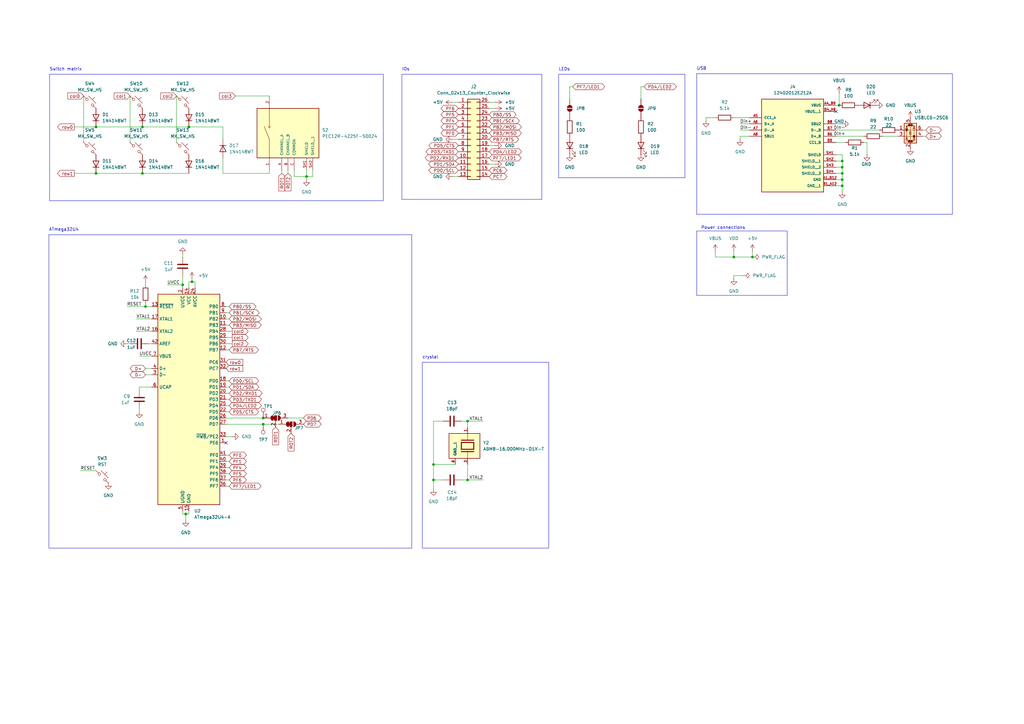
<source format=kicad_sch>
(kicad_sch (version 20250114) (generator "eeschema") (generator_version "9.0")
  (paper "A3")
  (lib_symbols
    (symbol "12402012E212A:12402012E212A" (pin_names (offset 1.016))
      (property "Reference" "J" (at -12.7 13.462 0))
      (property "Value" "12402012E212A" (at -12.7 -26.162 0))
      (symbol "12402012E212A_0_0"
        (pin bidirectional line (at -17.78 5.08 0) (length 5.08) (name "CC1_A") (number "A5"))
        (pin bidirectional line (at -17.78 2.54 0) (length 5.08) (name "D+_A") (number "A6"))
        (pin bidirectional line (at -17.78 0 0) (length 5.08) (name "D-_A") (number "A7"))
        (pin bidirectional line (at -17.78 -2.54 0) (length 5.08) (name "SBU1") (number "A8"))
        (pin power_in line (at 17.78 10.16 180) (length 5.08) (name "VBUS") (number "A4_B9"))
        (pin power_in line (at 17.78 7.62 180) (length 5.08) (name "VBUS__1") (number "B4_A9"))
        (pin bidirectional line (at 17.78 2.54 180) (length 5.08) (name "SBU2") (number "B8"))
        (pin bidirectional line (at 17.78 0 180) (length 5.08) (name "D-_B") (number "B7"))
        (pin bidirectional line (at 17.78 -2.54 180) (length 5.08) (name "D+_B") (number "B6"))
        (pin bidirectional line (at 17.78 -5.08 180) (length 5.08) (name "CC1_B") (number "B5"))
        (pin passive line (at 17.78 -10.16 180) (length 5.08) (name "SHIELD") (number "SH1"))
        (pin passive line (at 17.78 -12.7 180) (length 5.08) (name "SHIELD__1") (number "SH2"))
        (pin passive line (at 17.78 -15.24 180) (length 5.08) (name "SHIELD__2") (number "SH3"))
        (pin passive line (at 17.78 -17.78 180) (length 5.08) (name "SHIELD__3") (number "SH4"))
        (pin power_in line (at 17.78 -20.32 180) (length 5.08) (name "GND") (number "A1_B12"))
        (pin power_in line (at 17.78 -22.86 180) (length 5.08) (name "GND__1") (number "B1_A12"))
      )
    )
    (symbol "ABM8-16.000MHz-D1X-T:ABM8-16.000MHz-D1X-T" (pin_names (offset 1.016))
      (property "Reference" "Y" (at -5.0878 6.3559 0))
      (property "Value" "ABM8-16.000MHz-D1X-T" (at -5.0944 -10.16 0))
      (symbol "ABM8-16.000MHz-D1X-T_0_0"
        (pin passive line (at -7.62 0 0) (length 2.54) (name "~") (number "1"))
        (pin passive line (at 7.62 0 180) (length 2.54) (name "~") (number "3"))
        (pin power_in line (at 7.62 -5.08 180) (length 2.54) (name "GND") (number "2"))
        (pin power_in line (at 7.62 -5.08 180) (length 2.54) (name "GND__1") (number "4"))
      )
    )
    (symbol "Connector:TestPoint" (pin_numbers (hide yes)) (pin_names (offset 0.762) (hide yes))
      (property "Reference" "TP" (at 0 6.858 0))
      (property "Value" "TestPoint" (at 0 5.08 0))
      (symbol "TestPoint_1_1"
        (pin passive line (at 0 0 90) (length 2.54) (name "1") (number "1"))
      )
    )
    (symbol "Connector_Generic:Conn_02x13_Counter_Clockwise" (pin_names (offset 1.016) (hide yes))
      (property "Reference" "J" (at 1.27 17.78 0))
      (property "Value" "Conn_02x13_Counter_Clockwise" (at 1.27 -17.78 0))
      (symbol "Conn_02x13_Counter_Clockwise_1_1"
        (pin passive line (at -5.08 15.24 0) (length 3.81) (name "Pin_1") (number "1"))
        (pin passive line (at -5.08 12.7 0) (length 3.81) (name "Pin_2") (number "2"))
        (pin passive line (at -5.08 10.16 0) (length 3.81) (name "Pin_3") (number "3"))
        (pin passive line (at -5.08 7.62 0) (length 3.81) (name "Pin_4") (number "4"))
        (pin passive line (at -5.08 5.08 0) (length 3.81) (name "Pin_5") (number "5"))
        (pin passive line (at -5.08 2.54 0) (length 3.81) (name "Pin_6") (number "6"))
        (pin passive line (at -5.08 0 0) (length 3.81) (name "Pin_7") (number "7"))
        (pin passive line (at -5.08 -2.54 0) (length 3.81) (name "Pin_8") (number "8"))
        (pin passive line (at -5.08 -5.08 0) (length 3.81) (name "Pin_9") (number "9"))
        (pin passive line (at -5.08 -7.62 0) (length 3.81) (name "Pin_10") (number "10"))
        (pin passive line (at -5.08 -10.16 0) (length 3.81) (name "Pin_11") (number "11"))
        (pin passive line (at -5.08 -12.7 0) (length 3.81) (name "Pin_12") (number "12"))
        (pin passive line (at -5.08 -15.24 0) (length 3.81) (name "Pin_13") (number "13"))
        (pin passive line (at 7.62 15.24 180) (length 3.81) (name "Pin_26") (number "26"))
        (pin passive line (at 7.62 12.7 180) (length 3.81) (name "Pin_25") (number "25"))
        (pin passive line (at 7.62 10.16 180) (length 3.81) (name "Pin_24") (number "24"))
        (pin passive line (at 7.62 7.62 180) (length 3.81) (name "Pin_23") (number "23"))
        (pin passive line (at 7.62 5.08 180) (length 3.81) (name "Pin_22") (number "22"))
        (pin passive line (at 7.62 2.54 180) (length 3.81) (name "Pin_21") (number "21"))
        (pin passive line (at 7.62 0 180) (length 3.81) (name "Pin_20") (number "20"))
        (pin passive line (at 7.62 -2.54 180) (length 3.81) (name "Pin_19") (number "19"))
        (pin passive line (at 7.62 -5.08 180) (length 3.81) (name "Pin_18") (number "18"))
        (pin passive line (at 7.62 -7.62 180) (length 3.81) (name "Pin_17") (number "17"))
        (pin passive line (at 7.62 -10.16 180) (length 3.81) (name "Pin_16") (number "16"))
        (pin passive line (at 7.62 -12.7 180) (length 3.81) (name "Pin_15") (number "15"))
        (pin passive line (at 7.62 -15.24 180) (length 3.81) (name "Pin_14") (number "14"))
      )
    )
    (symbol "Device:C" (pin_numbers (hide yes)) (pin_names (offset 0.254))
      (property "Reference" "C" (at 0.635 2.54 0))
      (property "Value" "C" (at 0.635 -2.54 0))
      (symbol "C_1_1"
        (pin passive line (at 0 3.81 270) (length 2.794) (name "~") (number "1"))
        (pin passive line (at 0 -3.81 90) (length 2.794) (name "~") (number "2"))
      )
    )
    (symbol "Device:LED" (pin_numbers (hide yes)) (pin_names (offset 1.016) (hide yes))
      (property "Reference" "D" (at 0 2.54 0))
      (property "Value" "LED" (at 0 -2.54 0))
      (symbol "LED_1_1"
        (pin passive line (at -3.81 0 0) (length 2.54) (name "K") (number "1"))
        (pin passive line (at 3.81 0 180) (length 2.54) (name "A") (number "2"))
      )
    )
    (symbol "Device:R" (pin_numbers (hide yes)) (pin_names (offset 0))
      (property "Reference" "R" (at 2.032 0 90))
      (property "Value" "R" (at 0 0 90))
      (symbol "R_1_1"
        (pin passive line (at 0 3.81 270) (length 1.27) (name "~") (number "1"))
        (pin passive line (at 0 -3.81 90) (length 1.27) (name "~") (number "2"))
      )
    )
    (symbol "Diode:1N4148WT" (pin_numbers (hide yes)) (pin_names (hide yes))
      (property "Reference" "D" (at 0 2.54 0))
      (property "Value" "1N4148WT" (at 0 -2.54 0))
      (symbol "1N4148WT_1_1"
        (pin passive line (at -3.81 0 0) (length 2.54) (name "K") (number "1"))
        (pin passive line (at 3.81 0 180) (length 2.54) (name "A") (number "2"))
      )
    )
    (symbol "Jumper:SolderJumper_2_Open" (pin_numbers (hide yes)) (pin_names (offset 0) (hide yes)) (in_bom no)
      (property "Reference" "JP" (at 0 2.032 0))
      (property "Value" "SolderJumper_2_Open" (at 0 -2.54 0))
      (symbol "SolderJumper_2_Open_1_1"
        (pin passive line (at -3.81 0 0) (length 2.54) (name "A") (number "1"))
        (pin passive line (at 3.81 0 180) (length 2.54) (name "B") (number "2"))
      )
    )
    (symbol "Jumper:SolderJumper_3_Bridged12" (pin_names (offset 0) (hide yes)) (in_bom no)
      (property "Reference" "JP" (at -2.54 -2.54 0))
      (property "Value" "SolderJumper_3_Bridged12" (at 0 2.794 0))
      (symbol "SolderJumper_3_Bridged12_1_1"
        (pin passive line (at -5.08 0 0) (length 2.54) (name "A") (number "1"))
        (pin passive line (at 0 -3.81 90) (length 2.54) (name "C") (number "2"))
        (pin passive line (at 5.08 0 180) (length 2.54) (name "B") (number "3"))
      )
    )
    (symbol "MCU_Microchip_ATmega:ATmega32U4-A"
      (property "Reference" "U" (at -12.7 44.45 0))
      (property "Value" "ATmega32U4-A" (at 2.54 -44.45 0))
      (symbol "ATmega32U4-A_1_1"
        (pin input line (at -15.24 38.1 0) (length 2.54) (name "~{RESET}") (number "13"))
        (pin input line (at -15.24 33.02 0) (length 2.54) (name "XTAL1") (number "17"))
        (pin output line (at -15.24 27.94 0) (length 2.54) (name "XTAL2") (number "16"))
        (pin passive line (at -15.24 22.86 0) (length 2.54) (name "AREF") (number "42"))
        (pin input line (at -15.24 17.78 0) (length 2.54) (name "VBUS") (number "7"))
        (pin bidirectional line (at -15.24 12.7 0) (length 2.54) (name "D+") (number "4"))
        (pin bidirectional line (at -15.24 10.16 0) (length 2.54) (name "D-") (number "3"))
        (pin passive line (at -15.24 5.08 0) (length 2.54) (name "UCAP") (number "6"))
        (pin power_in line (at -2.54 45.72 270) (length 2.54) (name "UVCC") (number "2"))
        (pin passive line (at -2.54 -45.72 90) (length 2.54) (name "UGND") (number "5"))
        (pin power_in line (at 0 45.72 270) (length 2.54) (name "VCC") (number "14"))
        (pin passive line (at 0 45.72 270) (length 2.54) (hide yes) (name "VCC") (number "34"))
        (pin power_in line (at 0 -45.72 90) (length 2.54) (name "GND") (number "15"))
        (pin passive line (at 0 -45.72 90) (length 2.54) (hide yes) (name "GND") (number "23"))
        (pin passive line (at 0 -45.72 90) (length 2.54) (hide yes) (name "GND") (number "35"))
        (pin passive line (at 0 -45.72 90) (length 2.54) (hide yes) (name "GND") (number "43"))
        (pin power_in line (at 2.54 45.72 270) (length 2.54) (name "AVCC") (number "24"))
        (pin passive line (at 2.54 45.72 270) (length 2.54) (hide yes) (name "AVCC") (number "44"))
        (pin bidirectional line (at 15.24 38.1 180) (length 2.54) (name "PB0") (number "8"))
        (pin bidirectional line (at 15.24 35.56 180) (length 2.54) (name "PB1") (number "9"))
        (pin bidirectional line (at 15.24 33.02 180) (length 2.54) (name "PB2") (number "10"))
        (pin bidirectional line (at 15.24 30.48 180) (length 2.54) (name "PB3") (number "11"))
        (pin bidirectional line (at 15.24 27.94 180) (length 2.54) (name "PB4") (number "28"))
        (pin bidirectional line (at 15.24 25.4 180) (length 2.54) (name "PB5") (number "29"))
        (pin bidirectional line (at 15.24 22.86 180) (length 2.54) (name "PB6") (number "30"))
        (pin bidirectional line (at 15.24 20.32 180) (length 2.54) (name "PB7") (number "12"))
        (pin bidirectional line (at 15.24 15.24 180) (length 2.54) (name "PC6") (number "31"))
        (pin bidirectional line (at 15.24 12.7 180) (length 2.54) (name "PC7") (number "32"))
        (pin bidirectional line (at 15.24 7.62 180) (length 2.54) (name "PD0") (number "18"))
        (pin bidirectional line (at 15.24 5.08 180) (length 2.54) (name "PD1") (number "19"))
        (pin bidirectional line (at 15.24 2.54 180) (length 2.54) (name "PD2") (number "20"))
        (pin bidirectional line (at 15.24 0 180) (length 2.54) (name "PD3") (number "21"))
        (pin bidirectional line (at 15.24 -2.54 180) (length 2.54) (name "PD4") (number "25"))
        (pin bidirectional line (at 15.24 -5.08 180) (length 2.54) (name "PD5") (number "22"))
        (pin bidirectional line (at 15.24 -7.62 180) (length 2.54) (name "PD6") (number "26"))
        (pin bidirectional line (at 15.24 -10.16 180) (length 2.54) (name "PD7") (number "27"))
        (pin bidirectional line (at 15.24 -15.24 180) (length 2.54) (name "~{HWB}/PE2") (number "33"))
        (pin bidirectional line (at 15.24 -17.78 180) (length 2.54) (name "PE6") (number "1"))
        (pin bidirectional line (at 15.24 -22.86 180) (length 2.54) (name "PF0") (number "41"))
        (pin bidirectional line (at 15.24 -25.4 180) (length 2.54) (name "PF1") (number "40"))
        (pin bidirectional line (at 15.24 -27.94 180) (length 2.54) (name "PF4") (number "39"))
        (pin bidirectional line (at 15.24 -30.48 180) (length 2.54) (name "PF5") (number "38"))
        (pin bidirectional line (at 15.24 -33.02 180) (length 2.54) (name "PF6") (number "37"))
        (pin bidirectional line (at 15.24 -35.56 180) (length 2.54) (name "PF7") (number "36"))
      )
    )
    (symbol "PCM_marbastlib-mx:MX_SW_HS" (pin_numbers (hide yes)) (pin_names (offset 1.016) (hide yes))
      (property "Reference" "MX" (at 3.048 1.016 0))
      (property "Value" "MX_SW_HS" (at 0 -3.81 0))
      (symbol "MX_SW_HS_0_1"
        (pin passive line (at -2.54 2.54 0) (length 0) (name "1") (number "1"))
        (pin passive line (at 2.54 -2.54 180) (length 0) (name "2") (number "2"))
      )
    )
    (symbol "PEC12R-4225F-S0024:PEC12R-4225F-S0024" (pin_names (offset 1.016))
      (property "Reference" "S" (at -10.16 10.795 0))
      (property "Value" "PEC12R-4225F-S0024" (at -10.16 -17.78 0))
      (symbol "PEC12R-4225F-S0024_0_0"
        (pin passive line (at -15.24 5.08 0) (length 5.08) (name "~") (number "1"))
        (pin passive line (at -15.24 0 0) (length 5.08) (name "CHANNEL_A") (number "A"))
        (pin passive line (at -15.24 -2.54 0) (length 5.08) (name "CHANNEL_B") (number "B"))
        (pin passive line (at -15.24 -5.08 0) (length 5.08) (name "COMMON") (number "C"))
        (pin passive line (at -15.24 -10.16 0) (length 5.08) (name "SHIELD") (number "SH1"))
        (pin passive line (at -15.24 -12.7 0) (length 5.08) (name "SHIELD__1") (number "SH2"))
        (pin passive line (at 15.24 5.08 180) (length 5.08) (name "~") (number "2"))
      )
    )
    (symbol "Power_Protection:USBLC6-2SC6" (pin_names (hide yes))
      (property "Reference" "U" (at 0.635 5.715 0))
      (property "Value" "USBLC6-2SC6" (at 0.635 3.81 0))
      (symbol "USBLC6-2SC6_1_1"
        (pin passive line (at -5.08 0 0) (length 2.54) (name "I/O1") (number "1"))
        (pin passive line (at -5.08 -2.54 0) (length 2.54) (name "I/O2") (number "3"))
        (pin passive line (at 0 5.08 270) (length 2.54) (name "VBUS") (number "5"))
        (pin passive line (at 0 -7.62 90) (length 2.54) (name "GND") (number "2"))
        (pin passive line (at 5.08 0 180) (length 2.54) (name "I/O1") (number "6"))
        (pin passive line (at 5.08 -2.54 180) (length 2.54) (name "I/O2") (number "4"))
      )
    )
    (symbol "Switch:SW_Push_45deg" (pin_numbers (hide yes)) (pin_names (offset 1.016) (hide yes))
      (property "Reference" "SW" (at 3.048 1.016 0))
      (property "Value" "SW_Push_45deg" (at 0 -3.81 0))
      (symbol "SW_Push_45deg_0_1"
        (pin passive line (at -2.54 2.54 0) (length 0) (name "1") (number "1"))
        (pin passive line (at 2.54 -2.54 180) (length 0) (name "2") (number "2"))
      )
    )
    (symbol "power:+5V" (power) (pin_numbers (hide yes)) (pin_names (offset 0) (hide yes))
      (property "Value" "+5V" (at 0 3.556 0))
      (symbol "+5V_1_1"
        (pin power_in line (at 0 0 90) (length 0) (name "~") (number "1"))
      )
    )
    (symbol "power:GND" (power) (pin_numbers (hide yes)) (pin_names (offset 0) (hide yes))
      (property "Value" "GND" (at 0 -3.81 0))
      (symbol "GND_1_1"
        (pin power_in line (at 0 0 270) (length 0) (name "~") (number "1"))
      )
    )
    (symbol "power:PWR_FLAG" (power) (pin_numbers (hide yes)) (pin_names (offset 0) (hide yes))
      (property "Value" "PWR_FLAG" (at 0 3.81 0))
      (symbol "PWR_FLAG_0_0"
        (pin power_out line (at 0 0 90) (length 0) (name "~") (number "1"))
      )
    )
    (symbol "power:VCC" (power) (pin_numbers (hide yes)) (pin_names (offset 0) (hide yes))
      (property "Value" "VCC" (at 0 3.556 0))
      (symbol "VCC_1_1"
        (pin power_in line (at 0 0 90) (length 0) (name "~") (number "1"))
      )
    )
  )
  (rectangle (start 285.75 30.226) (end 390.652 87.884))
  (rectangle (start 285.75 94.742) (end 322.834 121.158))
  (rectangle (start 164.846 30.48) (end 222.25 81.788))
  (rectangle (start 20.066 96.266) (end 168.91 224.79))
  (rectangle (start 229.108 30.48) (end 280.924 72.898))
  (rectangle (start 20.32 30.48) (end 157.226 82.296))
  (rectangle (start 173.228 148.59) (end 225.044 224.79))
  (text "LEDs\n" (at 229.108 29.21 0) (effects (font (size 1.27 1.27)) (justify left bottom)))
  (text "Switch matrix" (at 20.32 29.21 0) (effects (font (size 1.27 1.27)) (justify left bottom)))
  (text "IOs\n" (at 164.846 29.21 0) (effects (font (size 1.27 1.27)) (justify left bottom)))
  (text "Power connections\n" (at 287.528 94.234 0) (effects (font (size 1.27 1.27)) (justify left bottom)))
  (text "ATmega32U4\n" (at 20.066 94.996 0) (effects (font (size 1.27 1.27)) (justify left bottom)))
  (text "USB\n" (at 285.75 28.956 0) (effects (font (size 1.27 1.27)) (justify left bottom)))
  (text "crystal" (at 173.228 147.32 0) (effects (font (size 1.27 1.27)) (justify left bottom)))
  (junction (at 76.2 210.82))
  (junction (at 59.69 125.73))
  (junction (at 345.44 68.58))
  (junction (at 78.74 115.57))
  (junction (at 345.44 71.12))
  (junction (at 191.77 172.72))
  (junction (at 191.77 196.85))
  (junction (at 300.99 105.41))
  (junction (at 39.37 52.07))
  (junction (at 177.8 196.85))
  (junction (at 39.37 71.12))
  (junction (at 107.95 173.99))
  (junction (at 58.42 71.12))
  (junction (at 74.93 116.84))
  (junction (at 177.8 190.5))
  (junction (at 345.44 76.2))
  (junction (at 107.95 171.45))
  (junction (at 344.17 43.18))
  (junction (at 125.73 72.39))
  (junction (at 308.61 105.41))
  (junction (at 345.44 73.66))
  (junction (at 345.44 66.04))
  (junction (at 77.47 52.07))
  (junction (at 58.42 52.07))
  (no_connect (at 92.71 181.61))
  (no_connect (at 342.9 45.72))
  (wire (pts (xy 58.42 71.12) (xy 77.47 71.12)))
  (wire (pts (xy 342.9 50.8) (xy 345.44 50.8)))
  (wire (pts (xy 300.99 48.26) (xy 307.34 48.26)))
  (wire (pts (xy 34.29 39.37) (xy 34.29 58.42)))
  (wire (pts (xy 93.98 158.75) (xy 92.71 158.75)))
  (wire (pts (xy 59.69 153.67) (xy 62.23 153.67)))
  (wire (pts (xy 55.88 130.81) (xy 62.23 130.81)))
  (wire (pts (xy 30.48 71.12) (xy 39.37 71.12)))
  (wire (pts (xy 181.61 196.85) (xy 177.8 196.85)))
  (wire (pts (xy 345.44 68.58) (xy 345.44 71.12)))
  (wire (pts (xy 92.71 133.35) (xy 93.98 133.35)))
  (wire (pts (xy 92.71 130.81) (xy 93.98 130.81)))
  (wire (pts (xy 80.01 118.11) (xy 80.01 115.57)))
  (wire (pts (xy 128.27 69.85) (xy 128.27 72.39)))
  (wire (pts (xy 118.11 171.45) (xy 124.46 171.45)))
  (wire (pts (xy 92.71 138.43) (xy 95.25 138.43)))
  (wire (pts (xy 379.73 53.34) (xy 378.46 53.34)))
  (wire (pts (xy 72.39 39.37) (xy 72.39 58.42)))
  (wire (pts (xy 92.71 191.77) (xy 93.98 191.77)))
  (wire (pts (xy 233.68 35.56) (xy 233.68 40.64)))
  (wire (pts (xy 200.66 67.31) (xy 203.2 67.31)))
  (wire (pts (xy 346.71 58.42) (xy 342.9 58.42)))
  (wire (pts (xy 92.71 168.91) (xy 93.98 168.91)))
  (wire (pts (xy 200.66 59.69) (xy 203.2 59.69)))
  (wire (pts (xy 39.37 71.12) (xy 58.42 71.12)))
  (wire (pts (xy 379.73 55.88) (xy 378.46 55.88)))
  (wire (pts (xy 77.47 209.55) (xy 77.47 210.82)))
  (wire (pts (xy 74.93 209.55) (xy 74.93 210.82)))
  (wire (pts (xy 91.44 52.07) (xy 91.44 57.15)))
  (wire (pts (xy 92.71 128.27) (xy 93.98 128.27)))
  (wire (pts (xy 342.9 55.88) (xy 354.33 55.88)))
  (wire (pts (xy 303.53 50.8) (xy 307.34 50.8)))
  (wire (pts (xy 57.15 160.02) (xy 57.15 158.75)))
  (wire (pts (xy 57.15 167.64) (xy 57.15 168.91)))
  (wire (pts (xy 118.11 69.85) (xy 118.11 71.12)))
  (wire (pts (xy 303.53 57.15) (xy 303.53 55.88)))
  (wire (pts (xy 177.8 190.5) (xy 177.8 196.85)))
  (wire (pts (xy 92.71 179.07) (xy 95.25 179.07)))
  (wire (pts (xy 177.8 172.72) (xy 181.61 172.72)))
  (wire (pts (xy 91.44 64.77) (xy 91.44 71.12)))
  (wire (pts (xy 78.74 115.57) (xy 77.47 115.57)))
  (wire (pts (xy 355.6 63.5) (xy 355.6 58.42)))
  (wire (pts (xy 74.93 104.14) (xy 74.93 105.41)))
  (wire (pts (xy 361.95 55.88) (xy 368.3 55.88)))
  (wire (pts (xy 191.77 172.72) (xy 191.77 175.26)))
  (wire (pts (xy 52.07 125.73) (xy 59.69 125.73)))
  (wire (pts (xy 177.8 190.5) (xy 186.69 190.5)))
  (wire (pts (xy 74.93 113.03) (xy 74.93 116.84)))
  (wire (pts (xy 92.71 166.37) (xy 93.98 166.37)))
  (wire (pts (xy 59.69 115.57) (xy 59.69 116.84)))
  (wire (pts (xy 77.47 115.57) (xy 77.47 118.11)))
  (wire (pts (xy 74.93 210.82) (xy 76.2 210.82)))
  (wire (pts (xy 107.95 173.99) (xy 114.3 173.99)))
  (wire (pts (xy 345.44 63.5) (xy 345.44 66.04)))
  (wire (pts (xy 345.44 76.2) (xy 345.44 78.74)))
  (wire (pts (xy 262.89 35.56) (xy 264.16 35.56)))
  (wire (pts (xy 189.23 172.72) (xy 191.77 172.72)))
  (wire (pts (xy 342.9 68.58) (xy 345.44 68.58)))
  (wire (pts (xy 92.71 125.73) (xy 93.98 125.73)))
  (wire (pts (xy 80.01 115.57) (xy 78.74 115.57)))
  (wire (pts (xy 120.65 69.85) (xy 120.65 72.39)))
  (wire (pts (xy 59.69 125.73) (xy 62.23 125.73)))
  (wire (pts (xy 110.49 71.12) (xy 110.49 69.85)))
  (wire (pts (xy 203.2 44.45) (xy 200.66 44.45)))
  (wire (pts (xy 92.71 199.39) (xy 93.98 199.39)))
  (wire (pts (xy 96.52 39.37) (xy 110.49 39.37)))
  (wire (pts (xy 344.17 43.18) (xy 342.9 43.18)))
  (wire (pts (xy 57.15 146.05) (xy 62.23 146.05)))
  (wire (pts (xy 92.71 161.29) (xy 93.98 161.29)))
  (wire (pts (xy 233.68 35.56) (xy 234.95 35.56)))
  (wire (pts (xy 92.71 140.97) (xy 95.25 140.97)))
  (wire (pts (xy 92.71 196.85) (xy 93.98 196.85)))
  (wire (pts (xy 177.8 196.85) (xy 177.8 200.66)))
  (wire (pts (xy 92.71 135.89) (xy 95.25 135.89)))
  (wire (pts (xy 198.12 172.72) (xy 191.77 172.72)))
  (wire (pts (xy 53.34 39.37) (xy 53.34 58.42)))
  (wire (pts (xy 92.71 194.31) (xy 93.98 194.31)))
  (wire (pts (xy 303.53 55.88) (xy 307.34 55.88)))
  (wire (pts (xy 191.77 190.5) (xy 191.77 196.85)))
  (wire (pts (xy 30.48 52.07) (xy 39.37 52.07)))
  (wire (pts (xy 344.17 38.1) (xy 344.17 43.18)))
  (wire (pts (xy 92.71 189.23) (xy 93.98 189.23)))
  (wire (pts (xy 303.53 53.34) (xy 307.34 53.34)))
  (wire (pts (xy 293.37 105.41) (xy 300.99 105.41)))
  (wire (pts (xy 92.71 156.21) (xy 93.98 156.21)))
  (wire (pts (xy 55.88 135.89) (xy 62.23 135.89)))
  (wire (pts (xy 59.69 151.13) (xy 62.23 151.13)))
  (wire (pts (xy 76.2 210.82) (xy 76.2 213.36)))
  (wire (pts (xy 262.89 35.56) (xy 262.89 40.64)))
  (wire (pts (xy 92.71 171.45) (xy 107.95 171.45)))
  (wire (pts (xy 191.77 196.85) (xy 189.23 196.85)))
  (wire (pts (xy 342.9 53.34) (xy 360.68 53.34)))
  (wire (pts (xy 33.02 193.04) (xy 39.37 193.04)))
  (wire (pts (xy 125.73 69.85) (xy 125.73 72.39)))
  (wire (pts (xy 345.44 66.04) (xy 345.44 68.58)))
  (wire (pts (xy 185.42 41.91) (xy 187.96 41.91)))
  (wire (pts (xy 300.99 113.03) (xy 304.8 113.03)))
  (wire (pts (xy 74.93 116.84) (xy 74.93 118.11)))
  (wire (pts (xy 342.9 66.04) (xy 345.44 66.04)))
  (wire (pts (xy 120.65 72.39) (xy 125.73 72.39)))
  (wire (pts (xy 92.71 173.99) (xy 107.95 173.99)))
  (wire (pts (xy 355.6 58.42) (xy 354.33 58.42)))
  (wire (pts (xy 92.71 163.83) (xy 93.98 163.83)))
  (wire (pts (xy 191.77 196.85) (xy 198.12 196.85)))
  (wire (pts (xy 58.42 52.07) (xy 77.47 52.07)))
  (wire (pts (xy 91.44 71.12) (xy 110.49 71.12)))
  (wire (pts (xy 308.61 102.87) (xy 308.61 105.41)))
  (wire (pts (xy 177.8 172.72) (xy 177.8 190.5)))
  (wire (pts (xy 57.15 158.75) (xy 62.23 158.75)))
  (wire (pts (xy 203.2 41.91) (xy 200.66 41.91)))
  (wire (pts (xy 128.27 72.39) (xy 125.73 72.39)))
  (wire (pts (xy 300.99 105.41) (xy 300.99 102.87)))
  (wire (pts (xy 78.74 114.3) (xy 78.74 115.57)))
  (wire (pts (xy 345.44 73.66) (xy 345.44 76.2)))
  (wire (pts (xy 342.9 76.2) (xy 345.44 76.2)))
  (wire (pts (xy 115.57 71.12) (xy 115.57 69.85)))
  (wire (pts (xy 91.44 52.07) (xy 77.47 52.07)))
  (wire (pts (xy 345.44 71.12) (xy 345.44 73.66)))
  (wire (pts (xy 293.37 105.41) (xy 293.37 102.87)))
  (wire (pts (xy 342.9 63.5) (xy 345.44 63.5)))
  (wire (pts (xy 92.71 186.69) (xy 93.98 186.69)))
  (wire (pts (xy 59.69 124.46) (xy 59.69 125.73)))
  (wire (pts (xy 125.73 73.66) (xy 125.73 72.39)))
  (wire (pts (xy 92.71 143.51) (xy 93.98 143.51)))
  (wire (pts (xy 185.42 57.15) (xy 187.96 57.15)))
  (wire (pts (xy 185.42 72.39) (xy 187.96 72.39)))
  (wire (pts (xy 68.58 116.84) (xy 74.93 116.84)))
  (wire (pts (xy 308.61 105.41) (xy 300.99 105.41)))
  (wire (pts (xy 60.96 140.97) (xy 62.23 140.97)))
  (wire (pts (xy 342.9 71.12) (xy 345.44 71.12)))
  (wire (pts (xy 300.99 114.3) (xy 300.99 113.03)))
  (wire (pts (xy 289.56 49.53) (xy 289.56 48.26)))
  (wire (pts (xy 289.56 48.26) (xy 293.37 48.26)))
  (wire (pts (xy 52.07 140.97) (xy 53.34 140.97)))
  (wire (pts (xy 39.37 52.07) (xy 58.42 52.07)))
  (wire (pts (xy 77.47 210.82) (xy 76.2 210.82)))
  (wire (pts (xy 342.9 73.66) (xy 345.44 73.66)))
  (label "Din+" (at 303.53 50.8 0))
  (label "UVCC" (at 68.58 116.84 0))
  (label "XTAL2" (at 55.88 135.89 0))
  (label "RESET" (at 52.07 125.73 0))
  (label "RESET" (at 33.02 193.04 0))
  (label "UVCC" (at 57.15 146.05 0))
  (label "Din-" (at 346.71 53.34 180))
  (label "Din-" (at 303.53 53.34 0))
  (label "Din+" (at 346.71 55.88 180))
  (label "XTAL1" (at 198.12 172.72 180))
  (label "XTAL1" (at 55.88 130.81 0))
  (label "XTAL2" (at 198.12 196.85 180))
  (global_label "PB1{slash}SCK" (shape bidirectional) (at 200.66 49.53 0) (property "Intersheetrefs" "${INTERSHEET_REFS}" (effects (hide yes))))
  (global_label "ROT1" (shape input) (at 113.03 175.26 270) (property "Intersheetrefs" "${INTERSHEET_REFS}" (effects (hide yes))))
  (global_label "PB0{slash}SS" (shape bidirectional) (at 200.66 46.99 0) (property "Intersheetrefs" "${INTERSHEET_REFS}" (effects (hide yes))))
  (global_label "PC6" (shape bidirectional) (at 200.66 69.85 0) (property "Intersheetrefs" "${INTERSHEET_REFS}" (effects (hide yes))))
  (global_label "PF0" (shape bidirectional) (at 187.96 54.61 180) (property "Intersheetrefs" "${INTERSHEET_REFS}" (effects (hide yes))))
  (global_label "col2" (shape output) (at 95.25 140.97 0) (property "Intersheetrefs" "${INTERSHEET_REFS}" (effects (hide yes))))
  (global_label "PD1{slash}SDA" (shape bidirectional) (at 93.98 158.75 0) (property "Intersheetrefs" "${INTERSHEET_REFS}" (effects (hide yes))))
  (global_label "row1" (shape output) (at 30.48 71.12 180) (property "Intersheetrefs" "${INTERSHEET_REFS}" (effects (hide yes))))
  (global_label "col0" (shape output) (at 95.25 135.89 0) (property "Intersheetrefs" "${INTERSHEET_REFS}" (effects (hide yes))))
  (global_label "D-" (shape bidirectional) (at 379.73 53.34 0) (property "Intersheetrefs" "${INTERSHEET_REFS}" (effects (hide yes))))
  (global_label "PD4{slash}LED2" (shape bidirectional) (at 264.16 35.56 0) (property "Intersheetrefs" "${INTERSHEET_REFS}" (effects (hide yes))))
  (global_label "PF6" (shape bidirectional) (at 93.98 196.85 0) (property "Intersheetrefs" "${INTERSHEET_REFS}" (effects (hide yes))))
  (global_label "PF6" (shape bidirectional) (at 187.96 44.45 180) (property "Intersheetrefs" "${INTERSHEET_REFS}" (effects (hide yes))))
  (global_label "ROT2" (shape input) (at 118.11 71.12 270) (property "Intersheetrefs" "${INTERSHEET_REFS}" (effects (hide yes))))
  (global_label "PB7{slash}RTS" (shape bidirectional) (at 93.98 143.51 0) (property "Intersheetrefs" "${INTERSHEET_REFS}" (effects (hide yes))))
  (global_label "PD1{slash}SDA" (shape bidirectional) (at 187.96 67.31 180) (property "Intersheetrefs" "${INTERSHEET_REFS}" (effects (hide yes))))
  (global_label "PB2{slash}MOSI" (shape bidirectional) (at 93.98 130.81 0) (property "Intersheetrefs" "${INTERSHEET_REFS}" (effects (hide yes))))
  (global_label "PF1" (shape bidirectional) (at 187.96 52.07 180) (property "Intersheetrefs" "${INTERSHEET_REFS}" (effects (hide yes))))
  (global_label "PF5" (shape bidirectional) (at 187.96 46.99 180) (property "Intersheetrefs" "${INTERSHEET_REFS}" (effects (hide yes))))
  (global_label "PD2{slash}RXD1" (shape bidirectional) (at 187.96 64.77 180) (property "Intersheetrefs" "${INTERSHEET_REFS}" (effects (hide yes))))
  (global_label "PD0{slash}SCL" (shape bidirectional) (at 187.96 69.85 180) (property "Intersheetrefs" "${INTERSHEET_REFS}" (effects (hide yes))))
  (global_label "PC7" (shape bidirectional) (at 200.66 72.39 0) (property "Intersheetrefs" "${INTERSHEET_REFS}" (effects (hide yes))))
  (global_label "PD2{slash}RXD1" (shape bidirectional) (at 93.98 161.29 0) (property "Intersheetrefs" "${INTERSHEET_REFS}" (effects (hide yes))))
  (global_label "PF7{slash}LED1" (shape bidirectional) (at 234.95 35.56 0) (property "Intersheetrefs" "${INTERSHEET_REFS}" (effects (hide yes))))
  (global_label "PB2{slash}MOSI" (shape bidirectional) (at 200.66 52.07 0) (property "Intersheetrefs" "${INTERSHEET_REFS}" (effects (hide yes))))
  (global_label "row0" (shape input) (at 92.71 148.59 0) (property "Intersheetrefs" "${INTERSHEET_REFS}" (effects (hide yes))))
  (global_label "col0" (shape input) (at 34.29 39.37 180) (property "Intersheetrefs" "${INTERSHEET_REFS}" (effects (hide yes))))
  (global_label "PB7{slash}RTS" (shape bidirectional) (at 200.66 57.15 0) (property "Intersheetrefs" "${INTERSHEET_REFS}" (effects (hide yes))))
  (global_label "PD4{slash}LED2" (shape bidirectional) (at 200.66 62.23 0) (property "Intersheetrefs" "${INTERSHEET_REFS}" (effects (hide yes))))
  (global_label "ROT1" (shape input) (at 115.57 71.12 270) (property "Intersheetrefs" "${INTERSHEET_REFS}" (effects (hide yes))))
  (global_label "D-" (shape bidirectional) (at 59.69 153.67 180) (property "Intersheetrefs" "${INTERSHEET_REFS}" (effects (hide yes))))
  (global_label "col1" (shape output) (at 95.25 138.43 0) (property "Intersheetrefs" "${INTERSHEET_REFS}" (effects (hide yes))))
  (global_label "PF7{slash}LED1" (shape bidirectional) (at 93.98 199.39 0) (property "Intersheetrefs" "${INTERSHEET_REFS}" (effects (hide yes))))
  (global_label "D+" (shape bidirectional) (at 379.73 55.88 0) (property "Intersheetrefs" "${INTERSHEET_REFS}" (effects (hide yes))))
  (global_label "PD5{slash}CTS" (shape bidirectional) (at 187.96 59.69 180) (property "Intersheetrefs" "${INTERSHEET_REFS}" (effects (hide yes))))
  (global_label "PD0{slash}SCL" (shape bidirectional) (at 93.98 156.21 0) (property "Intersheetrefs" "${INTERSHEET_REFS}" (effects (hide yes))))
  (global_label "PD4{slash}LED2" (shape bidirectional) (at 93.98 166.37 0) (property "Intersheetrefs" "${INTERSHEET_REFS}" (effects (hide yes))))
  (global_label "PD6" (shape bidirectional) (at 124.46 171.45 0) (property "Intersheetrefs" "${INTERSHEET_REFS}" (effects (hide yes))))
  (global_label "PF4" (shape bidirectional) (at 187.96 49.53 180) (property "Intersheetrefs" "${INTERSHEET_REFS}" (effects (hide yes))))
  (global_label "col3" (shape input) (at 96.52 39.37 180) (property "Intersheetrefs" "${INTERSHEET_REFS}" (effects (hide yes))))
  (global_label "ROT2" (shape input) (at 119.38 177.8 270) (property "Intersheetrefs" "${INTERSHEET_REFS}" (effects (hide yes))))
  (global_label "PF5" (shape bidirectional) (at 93.98 194.31 0) (property "Intersheetrefs" "${INTERSHEET_REFS}" (effects (hide yes))))
  (global_label "col1" (shape input) (at 53.34 39.37 180) (property "Intersheetrefs" "${INTERSHEET_REFS}" (effects (hide yes))))
  (global_label "PF0" (shape bidirectional) (at 93.98 186.69 0) (property "Intersheetrefs" "${INTERSHEET_REFS}" (effects (hide yes))))
  (global_label "D+" (shape bidirectional) (at 59.69 151.13 180) (property "Intersheetrefs" "${INTERSHEET_REFS}" (effects (hide yes))))
  (global_label "PF7{slash}LED1" (shape bidirectional) (at 200.66 64.77 0) (property "Intersheetrefs" "${INTERSHEET_REFS}" (effects (hide yes))))
  (global_label "PB3{slash}MISO" (shape bidirectional) (at 200.66 54.61 0) (property "Intersheetrefs" "${INTERSHEET_REFS}" (effects (hide yes))))
  (global_label "row1" (shape input) (at 92.71 151.13 0) (property "Intersheetrefs" "${INTERSHEET_REFS}" (effects (hide yes))))
  (global_label "PD5{slash}CTS" (shape bidirectional) (at 93.98 168.91 0) (property "Intersheetrefs" "${INTERSHEET_REFS}" (effects (hide yes))))
  (global_label "PB0{slash}SS" (shape bidirectional) (at 93.98 125.73 0) (property "Intersheetrefs" "${INTERSHEET_REFS}" (effects (hide yes))))
  (global_label "PB3{slash}MISO" (shape bidirectional) (at 93.98 133.35 0) (property "Intersheetrefs" "${INTERSHEET_REFS}" (effects (hide yes))))
  (global_label "PD3{slash}TXD1" (shape bidirectional) (at 187.96 62.23 180) (property "Intersheetrefs" "${INTERSHEET_REFS}" (effects (hide yes))))
  (global_label "PF1" (shape bidirectional) (at 93.98 189.23 0) (property "Intersheetrefs" "${INTERSHEET_REFS}" (effects (hide yes))))
  (global_label "row0" (shape output) (at 30.48 52.07 180) (property "Intersheetrefs" "${INTERSHEET_REFS}" (effects (hide yes))))
  (global_label "PB1{slash}SCK" (shape bidirectional) (at 93.98 128.27 0) (property "Intersheetrefs" "${INTERSHEET_REFS}" (effects (hide yes))))
  (global_label "col2" (shape input) (at 72.39 39.37 180) (property "Intersheetrefs" "${INTERSHEET_REFS}" (effects (hide yes))))
  (global_label "PF4" (shape bidirectional) (at 93.98 191.77 0) (property "Intersheetrefs" "${INTERSHEET_REFS}" (effects (hide yes))))
  (global_label "PD3{slash}TXD1" (shape bidirectional) (at 93.98 163.83 0) (property "Intersheetrefs" "${INTERSHEET_REFS}" (effects (hide yes))))
  (global_label "PD7" (shape bidirectional) (at 124.46 173.99 0) (property "Intersheetrefs" "${INTERSHEET_REFS}" (effects (hide yes))))
  (symbol (lib_id "Device:R") (at 358.14 55.88 270) (unit 1)
    (property "Reference" "R9" (at 358.14 49.53 90))
    (property "Value" "22" (at 358.14 52.07 90))
    (property "Footprint" "Resistor_SMD:R_0805_2012Metric_Pad1.20x1.40mm_HandSolder" (effects (hide yes)))
    (property "Description" "Resistor" (effects (hide yes)))
  )
  (symbol (lib_id "Diode:1N4148WT") (at 77.47 48.26 90) (unit 1)
    (property "Reference" "D15" (at 80.01 46.9899 90) (effects (justify right)))
    (property "Value" "1N4148WT" (at 80.01 49.5299 90) (effects (justify right)))
    (property "Footprint" "Diode_SMD:D_SOD-323F" (effects (hide yes)))
    (property "Datasheet" "https://www.diodes.com/assets/Datasheets/ds30396.pdf" (effects (hide yes)))
  )
  (symbol (lib_id "Connector:TestPoint") (at 107.95 171.45 0) (unit 1)
    (property "Reference" "TP1" (at 108.204 166.624 0) (effects (justify left)))
    (property "Value" "TestPoint" (effects (hide yes)))
    (property "Footprint" "Connector_PinHeader_2.54mm:PinHeader_1x01_P2.54mm_Vertical" (effects (hide yes)))
    (property "Description" "test point" (effects (hide yes)))
  )
  (symbol (lib_id "Jumper:SolderJumper_3_Bridged12") (at 113.03 171.45 0) (unit 1) (in_bom no)
    (property "Reference" "JP6" (at 113.538 169.418 0))
    (property "Value" "SolderJumper_3_Bridged12" (effects (hide yes)))
    (property "Footprint" "Jumper:SolderJumper-3_P1.3mm_Bridged12_RoundedPad1.0x1.5mm_NumberLabels" (effects (hide yes)))
    (property "Description" "3-pole Solder Jumper, pins 1+2 closed/bridged" (effects (hide yes)))
  )
  (symbol (lib_id "power:+5V") (at 308.61 102.87 0) (unit 1)
    (property "Reference" "#PWR041" (effects (hide yes)))
    (property "Value" "+5V" (at 308.61 97.79 0))
    (property "Description" "Power symbol creates a global label with name \"+5V\"" (effects (hide yes)))
  )
  (symbol (lib_id "Device:R") (at 59.69 120.65 180) (unit 1)
    (property "Reference" "R12" (at 57.15 119.3799 0) (effects (justify left)))
    (property "Value" "10k" (at 57.15 121.9199 0) (effects (justify left)))
    (property "Footprint" "Resistor_SMD:R_0805_2012Metric_Pad1.20x1.40mm_HandSolder" (effects (hide yes)))
    (property "Description" "Resistor" (effects (hide yes)))
  )
  (symbol (lib_id "Connector:TestPoint") (at 107.95 173.99 180) (unit 1)
    (property "Reference" "TP7" (at 107.95 180.34 0))
    (property "Value" "TestPoint" (effects (hide yes)))
    (property "Footprint" "Connector_PinHeader_2.54mm:PinHeader_1x01_P2.54mm_Vertical" (effects (hide yes)))
    (property "Description" "test point" (effects (hide yes)))
  )
  (symbol (lib_id "power:GND") (at 262.89 63.5 0) (unit 1)
    (property "Reference" "#PWR033" (effects (hide yes)))
    (property "Value" "GND" (at 262.89 68.58 0))
    (property "Description" "Power symbol creates a global label with name \"GND\" , ground" (effects (hide yes)))
  )
  (symbol (lib_id "Diode:1N4148WT") (at 39.37 48.26 90) (unit 1)
    (property "Reference" "D1" (at 41.91 46.9899 90) (effects (justify right)))
    (property "Value" "1N4148WT" (at 41.91 49.5299 90) (effects (justify right)))
    (property "Footprint" "Diode_SMD:D_SOD-323F" (effects (hide yes)))
    (property "Datasheet" "https://www.diodes.com/assets/Datasheets/ds30396.pdf" (effects (hide yes)))
  )
  (symbol (lib_id "power:GND") (at 203.2 59.69 90) (unit 1)
    (property "Reference" "#PWR020" (effects (hide yes)))
    (property "Value" "GND" (at 207.01 59.6899 90) (effects (justify right)))
    (property "Description" "Power symbol creates a global label with name \"GND\" , ground" (effects (hide yes)))
  )
  (symbol (lib_id "power:GND") (at 57.15 168.91 0) (unit 1)
    (property "Reference" "#PWR029" (effects (hide yes)))
    (property "Value" "GND" (at 57.15 173.99 0))
    (property "Description" "Power symbol creates a global label with name \"GND\" , ground" (effects (hide yes)))
  )
  (symbol (lib_id "power:+5V") (at 185.42 41.91 90) (unit 1)
    (property "Reference" "#PWR02" (effects (hide yes)))
    (property "Value" "+5V" (at 181.61 41.9099 90) (effects (justify left)))
    (property "Description" "Power symbol creates a global label with name \"+5V\"" (effects (hide yes)))
  )
  (symbol (lib_id "power:GND") (at 345.44 50.8 90) (unit 1)
    (property "Reference" "#PWR043" (effects (hide yes)))
    (property "Value" "GND" (at 342.138 49.784 90) (effects (justify right)))
    (property "Description" "Power symbol creates a global label with name \"GND\" , ground" (effects (hide yes)))
  )
  (symbol (lib_id "Switch:SW_Push_45deg") (at 41.91 195.58 0) (unit 1)
    (property "Reference" "SW3" (at 41.91 187.96 0))
    (property "Value" "RST" (at 41.91 190.5 0))
    (property "Footprint" "Button_Switch_SMD:SW_Tactile_SPST_NO_Straight_CK_PTS636Sx25SMTRLFS" (effects (hide yes)))
  )
  (symbol (lib_id "power:GND") (at 203.2 67.31 90) (unit 1)
    (property "Reference" "#PWR021" (effects (hide yes)))
    (property "Value" "GND" (at 207.01 67.3099 90) (effects (justify right)))
    (property "Description" "Power symbol creates a global label with name \"GND\" , ground" (effects (hide yes)))
  )
  (symbol (lib_id "12402012E212A:12402012E212A") (at 325.12 53.34 0) (unit 1)
    (property "Reference" "J4" (at 325.12 35.56 0))
    (property "Value" "12402012E212A" (at 325.12 38.1 0))
    (property "Footprint" "12402012E212A:AMPHENOL_12402012E212A" (effects (hide yes)))
    (property "PARTREV" "4" (effects (hide yes)))
    (property "STANDARD" "Manufacturer Recommendations" (effects (hide yes)))
    (property "MAXIMUM_PACKAGE_HEIGHT" "3.26 mm" (effects (hide yes)))
    (property "MANUFACTURER" "Amphenol" (effects (hide yes)))
  )
  (symbol (lib_id "PCM_marbastlib-mx:MX_SW_HS") (at 74.93 41.91 0) (unit 1)
    (property "Reference" "SW12" (at 74.93 34.29 0))
    (property "Value" "MX_SW_HS" (at 74.93 36.83 0))
    (property "Footprint" "keyswitches:Kailh_socket_MX" (effects (hide yes)))
  )
  (symbol (lib_id "power:GND") (at 74.93 104.14 180) (unit 1)
    (property "Reference" "#PWR028" (effects (hide yes)))
    (property "Value" "GND" (at 74.93 99.06 0))
    (property "Description" "Power symbol creates a global label with name \"GND\" , ground" (effects (hide yes)))
  )
  (symbol (lib_id "MCU_Microchip_ATmega:ATmega32U4-A") (at 77.47 163.83 0) (unit 1)
    (property "Reference" "U2" (at 79.6133 209.55 0) (effects (justify left)))
    (property "Value" "ATmega32U4-A" (at 79.6133 212.09 0) (effects (justify left)))
    (property "Footprint" "Package_QFP:TQFP-44_10x10mm_P0.8mm" (effects (hide yes)))
    (property "Datasheet" "http://ww1.microchip.com/downloads/en/DeviceDoc/Atmel-7766-8-bit-AVR-ATmega16U4-32U4_Datasheet.pdf" (effects (hide yes)))
    (property "Description" "16MHz, 32kB Flash, 2.5kB SRAM, 1kB EEPROM, USB 2.0, TQFP-44" (effects (hide yes)))
  )
  (symbol (lib_id "Jumper:SolderJumper_2_Open") (at 233.68 44.45 90) (unit 1) (in_bom no)
    (property "Reference" "JP8" (at 236.22 44.4499 90) (effects (justify right)))
    (property "Value" "SolderJumper_2_Open" (effects (hide yes)))
    (property "Footprint" "Jumper:SolderJumper-2_P1.3mm_Open_RoundedPad1.0x1.5mm" (effects (hide yes)))
    (property "Description" "Solder Jumper, 2-pole, open" (effects (hide yes)))
  )
  (symbol (lib_id "power:+5V") (at 373.38 48.26 0) (unit 1)
    (property "Reference" "#PWR047" (effects (hide yes)))
    (property "Value" "VBUS" (at 373.38 43.18 0))
    (property "Description" "Power symbol creates a global label with name \"+5V\"" (effects (hide yes)))
  )
  (symbol (lib_id "Device:LED") (at 262.89 59.69 90) (unit 1)
    (property "Reference" "D19" (at 266.7 60.0074 90) (effects (justify right)))
    (property "Value" "LED" (at 266.7 62.5474 90) (effects (justify right)))
    (property "Footprint" "LED_SMD:LED_0603_1608Metric_Pad1.05x0.95mm_HandSolder" (effects (hide yes)))
    (property "Description" "Light emitting diode" (effects (hide yes)))
    (property "Sim.Pins" "1=K 2=A" (effects (hide yes)))
  )
  (symbol (lib_id "power:PWR_FLAG") (at 304.8 113.03 270) (unit 1)
    (property "Reference" "#FLG01" (effects (hide yes)))
    (property "Value" "PWR_FLAG" (at 308.61 113.0299 90) (effects (justify left)))
    (property "Description" "Special symbol for telling ERC where power comes from" (effects (hide yes)))
  )
  (symbol (lib_id "power:GND") (at 185.42 72.39 270) (unit 1)
    (property "Reference" "#PWR017" (effects (hide yes)))
    (property "Value" "GND" (at 181.61 72.3899 90) (effects (justify right)))
    (property "Description" "Power symbol creates a global label with name \"GND\" , ground" (effects (hide yes)))
  )
  (symbol (lib_id "power:GND") (at 177.8 200.66 0) (unit 1)
    (property "Reference" "#PWR035" (effects (hide yes)))
    (property "Value" "GND" (at 177.8 205.74 0))
    (property "Description" "Power symbol creates a global label with name \"GND\" , ground" (effects (hide yes)))
  )
  (symbol (lib_id "power:+5V") (at 344.17 38.1 0) (unit 1)
    (property "Reference" "#PWR042" (effects (hide yes)))
    (property "Value" "VBUS" (at 344.17 33.02 0))
    (property "Description" "Power symbol creates a global label with name \"+5V\"" (effects (hide yes)))
  )
  (symbol (lib_id "PCM_marbastlib-mx:MX_SW_HS") (at 74.93 60.96 0) (unit 1)
    (property "Reference" "SW13" (at 74.93 53.34 0))
    (property "Value" "MX_SW_HS" (at 74.93 55.88 0))
    (property "Footprint" "keyswitches:Kailh_socket_MX" (effects (hide yes)))
  )
  (symbol (lib_id "Device:C") (at 185.42 196.85 270) (unit 1)
    (property "Reference" "C14" (at 185.42 201.93 90))
    (property "Value" "18pF" (at 185.42 204.47 90))
    (property "Footprint" "Capacitor_SMD:C_0805_2012Metric_Pad1.18x1.45mm_HandSolder" (effects (hide yes)))
    (property "Description" "Unpolarized capacitor" (effects (hide yes)))
  )
  (symbol (lib_id "power:GND") (at 289.56 49.53 0) (unit 1)
    (property "Reference" "#PWR036" (effects (hide yes)))
    (property "Value" "GND" (at 289.56 54.61 0))
    (property "Description" "Power symbol creates a global label with name \"GND\" , ground" (effects (hide yes)))
  )
  (symbol (lib_id "Device:C") (at 74.93 109.22 180) (unit 1)
    (property "Reference" "C11" (at 71.12 107.9499 0) (effects (justify left)))
    (property "Value" "1uF" (at 71.12 110.4899 0) (effects (justify left)))
    (property "Footprint" "Capacitor_SMD:C_0805_2012Metric_Pad1.18x1.45mm_HandSolder" (effects (hide yes)))
    (property "Description" "Unpolarized capacitor" (effects (hide yes)))
  )
  (symbol (lib_id "Jumper:SolderJumper_2_Open") (at 262.89 44.45 90) (unit 1) (in_bom no)
    (property "Reference" "JP9" (at 265.43 44.4499 90) (effects (justify right)))
    (property "Value" "SolderJumper_2_Open" (effects (hide yes)))
    (property "Footprint" "Jumper:SolderJumper-2_P1.3mm_Open_RoundedPad1.0x1.5mm" (effects (hide yes)))
    (property "Description" "Solder Jumper, 2-pole, open" (effects (hide yes)))
  )
  (symbol (lib_id "power:+5V") (at 203.2 41.91 270) (unit 1)
    (property "Reference" "#PWR018" (effects (hide yes)))
    (property "Value" "+5V" (at 207.01 41.9099 90) (effects (justify left)))
    (property "Description" "Power symbol creates a global label with name \"+5V\"" (effects (hide yes)))
  )
  (symbol (lib_id "Device:LED") (at 355.6 43.18 180) (unit 1)
    (property "Reference" "D20" (at 357.1875 35.56 0))
    (property "Value" "LED" (at 357.1875 38.1 0))
    (property "Footprint" "LED_SMD:LED_0603_1608Metric_Pad1.05x0.95mm_HandSolder" (effects (hide yes)))
    (property "Description" "Light emitting diode" (effects (hide yes)))
    (property "Sim.Pins" "1=K 2=A" (effects (hide yes)))
  )
  (symbol (lib_id "Device:R") (at 350.52 58.42 270) (unit 1)
    (property "Reference" "R1" (at 350.52 60.706 90))
    (property "Value" "5.1k" (at 350.52 63.246 90))
    (property "Footprint" "Resistor_SMD:R_0805_2012Metric_Pad1.20x1.40mm_HandSolder" (effects (hide yes)))
    (property "Description" "Resistor" (effects (hide yes)))
  )
  (symbol (lib_id "PCM_marbastlib-mx:MX_SW_HS") (at 55.88 60.96 0) (unit 1)
    (property "Reference" "SW11" (at 55.88 53.34 0))
    (property "Value" "MX_SW_HS" (at 55.88 55.88 0))
    (property "Footprint" "keyswitches:Kailh_socket_MX" (effects (hide yes)))
  )
  (symbol (lib_id "power:VCC") (at 300.99 102.87 0) (unit 1)
    (property "Reference" "#PWR038" (effects (hide yes)))
    (property "Value" "VDD" (at 300.99 97.79 0))
    (property "Description" "Power symbol creates a global label with name \"VCC\"" (effects (hide yes)))
  )
  (symbol (lib_id "power:GND") (at 345.44 78.74 0) (unit 1)
    (property "Reference" "#PWR044" (effects (hide yes)))
    (property "Value" "GND" (at 345.44 83.82 0))
    (property "Description" "Power symbol creates a global label with name \"GND\" , ground" (effects (hide yes)))
  )
  (symbol (lib_id "power:GND") (at 125.73 73.66 0) (unit 1)
    (property "Reference" "#PWR01" (effects (hide yes)))
    (property "Value" "GND" (at 125.73 78.74 0))
    (property "Description" "Power symbol creates a global label with name \"GND\" , ground" (effects (hide yes)))
  )
  (symbol (lib_id "power:GND") (at 373.38 60.96 0) (unit 1)
    (property "Reference" "#PWR048" (effects (hide yes)))
    (property "Value" "GND" (at 373.38 66.04 0))
    (property "Description" "Power symbol creates a global label with name \"GND\" , ground" (effects (hide yes)))
  )
  (symbol (lib_id "PCM_marbastlib-mx:MX_SW_HS") (at 36.83 60.96 0) (unit 1)
    (property "Reference" "SW5" (at 36.83 53.34 0))
    (property "Value" "MX_SW_HS" (at 36.83 55.88 0))
    (property "Footprint" "keyswitches:Kailh_socket_MX" (effects (hide yes)))
  )
  (symbol (lib_id "power:GND") (at 52.07 140.97 270) (unit 1)
    (property "Reference" "#PWR031" (effects (hide yes)))
    (property "Value" "GND" (at 48.26 140.9699 90) (effects (justify right)))
    (property "Description" "Power symbol creates a global label with name \"GND\" , ground" (effects (hide yes)))
  )
  (symbol (lib_id "power:+5V") (at 78.74 114.3 0) (unit 1)
    (property "Reference" "#PWR027" (effects (hide yes)))
    (property "Value" "+5V" (at 81.28 113.0299 0) (effects (justify left)))
    (property "Description" "Power symbol creates a global label with name \"+5V\"" (effects (hide yes)))
  )
  (symbol (lib_id "power:GND") (at 355.6 63.5 0) (unit 1)
    (property "Reference" "#PWR045" (effects (hide yes)))
    (property "Value" "GND" (at 357.378 67.31 0) (effects (justify right)))
    (property "Description" "Power symbol creates a global label with name \"GND\" , ground" (effects (hide yes)))
  )
  (symbol (lib_id "power:GND") (at 359.41 43.18 90) (unit 1)
    (property "Reference" "#PWR046" (effects (hide yes)))
    (property "Value" "GND" (at 363.22 43.1799 90) (effects (justify right)))
    (property "Description" "Power symbol creates a global label with name \"GND\" , ground" (effects (hide yes)))
  )
  (symbol (lib_id "Device:C") (at 185.42 172.72 270) (unit 1)
    (property "Reference" "C13" (at 185.42 165.1 90))
    (property "Value" "18pF" (at 185.42 167.64 90))
    (property "Footprint" "Capacitor_SMD:C_0805_2012Metric_Pad1.18x1.45mm_HandSolder" (effects (hide yes)))
    (property "Description" "Unpolarized capacitor" (effects (hide yes)))
  )
  (symbol (lib_id "Device:LED") (at 233.68 59.69 90) (unit 1)
    (property "Reference" "D18" (at 237.49 60.0074 90) (effects (justify right)))
    (property "Value" "LED" (at 237.49 62.5474 90) (effects (justify right)))
    (property "Footprint" "LED_SMD:LED_0603_1608Metric_Pad1.05x0.95mm_HandSolder" (effects (hide yes)))
    (property "Description" "Light emitting diode" (effects (hide yes)))
    (property "Sim.Pins" "1=K 2=A" (effects (hide yes)))
  )
  (symbol (lib_id "ABM8-16.000MHz-D1X-T:ABM8-16.000MHz-D1X-T") (at 191.77 182.88 270) (unit 1)
    (property "Reference" "Y2" (at 198.12 181.6099 90) (effects (justify left)))
    (property "Value" "ABM8-16.000MHz-D1X-T" (at 198.12 184.1499 90) (effects (justify left)))
    (property "Footprint" "ABM8_16_000MHZ_D1X_T:XTAL_ABM8-16.000MHz-D1X-T" (effects (hide yes)))
    (property "PARTREV" "44041" (effects (hide yes)))
    (property "MANUFACTURER" "Abracon" (effects (hide yes)))
    (property "MAXIMUM_PACKAGE_HEIGHT" "0.8 mm" (effects (hide yes)))
    (property "STANDARD" "Manufacturer Recommendations" (effects (hide yes)))
  )
  (symbol (lib_id "power:PWR_FLAG") (at 308.61 105.41 270) (unit 1)
    (property "Reference" "#FLG04" (effects (hide yes)))
    (property "Value" "PWR_FLAG" (at 312.42 105.4099 90) (effects (justify left)))
    (property "Description" "Special symbol for telling ERC where power comes from" (effects (hide yes)))
  )
  (symbol (lib_id "power:GND") (at 233.68 63.5 0) (unit 1)
    (property "Reference" "#PWR023" (effects (hide yes)))
    (property "Value" "GND" (at 233.68 68.58 0))
    (property "Description" "Power symbol creates a global label with name \"GND\" , ground" (effects (hide yes)))
  )
  (symbol (lib_id "Device:R") (at 347.98 43.18 90) (unit 1)
    (property "Reference" "R8" (at 347.98 36.83 90))
    (property "Value" "100" (at 347.98 39.37 90))
    (property "Footprint" "Resistor_SMD:R_0805_2012Metric_Pad1.20x1.40mm_HandSolder" (effects (hide yes)))
    (property "Description" "Resistor" (effects (hide yes)))
  )
  (symbol (lib_id "power:+5V") (at 293.37 102.87 0) (unit 1)
    (property "Reference" "#PWR037" (effects (hide yes)))
    (property "Value" "VBUS" (at 293.37 97.79 0))
    (property "Description" "Power symbol creates a global label with name \"+5V\"" (effects (hide yes)))
  )
  (symbol (lib_id "PCM_marbastlib-mx:MX_SW_HS") (at 55.88 41.91 0) (unit 1)
    (property "Reference" "SW10" (at 55.88 34.29 0))
    (property "Value" "MX_SW_HS" (at 55.88 36.83 0))
    (property "Footprint" "keyswitches:Kailh_socket_MX" (effects (hide yes)))
  )
  (symbol (lib_id "power:GND") (at 44.45 198.12 0) (mirror y) (unit 1)
    (property "Reference" "#PWR034" (effects (hide yes)))
    (property "Value" "GND" (at 44.45 203.2 0))
  )
  (symbol (lib_id "Power_Protection:USBLC6-2SC6") (at 373.38 53.34 0) (unit 1)
    (property "Reference" "U3" (at 375.0311 45.72 0) (effects (justify left)))
    (property "Value" "USBLC6-2SC6" (at 375.0311 48.26 0) (effects (justify left)))
    (property "Footprint" "Package_TO_SOT_SMD:SOT-23-6_Handsoldering" (effects (hide yes)))
    (property "Datasheet" "https://www.st.com/resource/en/datasheet/usblc6-2.pdf" (effects (hide yes)))
    (property "Description" "Very low capacitance ESD protection diode, 2 data-line, SOT-23-6" (effects (hide yes)))
  )
  (symbol (lib_id "power:GND") (at 185.42 57.15 270) (unit 1)
    (property "Reference" "#PWR016" (effects (hide yes)))
    (property "Value" "GND" (at 181.61 57.1499 90) (effects (justify right)))
    (property "Description" "Power symbol creates a global label with name \"GND\" , ground" (effects (hide yes)))
  )
  (symbol (lib_id "Diode:1N4148WT") (at 39.37 67.31 90) (unit 1)
    (property "Reference" "D11" (at 41.91 66.0399 90) (effects (justify right)))
    (property "Value" "1N4148WT" (at 41.91 68.5799 90) (effects (justify right)))
    (property "Footprint" "Diode_SMD:D_SOD-323F" (effects (hide yes)))
    (property "Datasheet" "https://www.diodes.com/assets/Datasheets/ds30396.pdf" (effects (hide yes)))
  )
  (symbol (lib_id "Device:R") (at 262.89 52.07 180) (unit 1)
    (property "Reference" "R2" (at 265.43 50.7999 0) (effects (justify right)))
    (property "Value" "100" (at 265.43 53.3399 0) (effects (justify right)))
    (property "Footprint" "Resistor_SMD:R_0805_2012Metric_Pad1.20x1.40mm_HandSolder" (effects (hide yes)))
    (property "Description" "Resistor" (effects (hide yes)))
  )
  (symbol (lib_id "Device:R") (at 364.49 53.34 270) (unit 1)
    (property "Reference" "R10" (at 364.49 48.768 90))
    (property "Value" "22" (at 364.49 51.308 90))
    (property "Footprint" "Resistor_SMD:R_0805_2012Metric_Pad1.20x1.40mm_HandSolder" (effects (hide yes)))
    (property "Description" "Resistor" (effects (hide yes)))
  )
  (symbol (lib_id "power:+5V") (at 203.2 44.45 270) (unit 1)
    (property "Reference" "#PWR019" (effects (hide yes)))
    (property "Value" "+5V" (at 207.01 44.4499 90) (effects (justify left)))
    (property "Description" "Power symbol creates a global label with name \"+5V\"" (effects (hide yes)))
  )
  (symbol (lib_id "Diode:1N4148WT") (at 58.42 67.31 90) (unit 1)
    (property "Reference" "D14" (at 60.96 66.0399 90) (effects (justify right)))
    (property "Value" "1N4148WT" (at 60.96 68.5799 90) (effects (justify right)))
    (property "Footprint" "Diode_SMD:D_SOD-323F" (effects (hide yes)))
    (property "Datasheet" "https://www.diodes.com/assets/Datasheets/ds30396.pdf" (effects (hide yes)))
  )
  (symbol (lib_id "PCM_marbastlib-mx:MX_SW_HS") (at 36.83 41.91 0) (unit 1)
    (property "Reference" "SW4" (at 36.83 34.29 0))
    (property "Value" "MX_SW_HS" (at 36.83 36.83 0))
    (property "Footprint" "keyswitches:Kailh_socket_MX" (effects (hide yes)))
  )
  (symbol (lib_id "Connector_Generic:Conn_02x13_Counter_Clockwise") (at 193.04 57.15 0) (unit 1)
    (property "Reference" "J2" (at 194.31 35.56 0))
    (property "Value" "Conn_02x13_Counter_Clockwise" (at 194.31 38.1 0))
    (property "Footprint" "Connector_PinHeader_2.54mm:PinHeader_2x13_P2.54mm_Vertical" (effects (hide yes)))
    (property "Description" "Generic connector, double row, 02x13, counter clockwise pin numbering scheme (similar to DIP package numbering), script generated (kicad-library-utils/schlib/autogen/connector/)" (effects (hide yes)))
  )
  (symbol (lib_id "Device:R") (at 233.68 52.07 180) (unit 1)
    (property "Reference" "R1" (at 236.22 50.7999 0) (effects (justify right)))
    (property "Value" "100" (at 236.22 53.3399 0) (effects (justify right)))
    (property "Footprint" "Resistor_SMD:R_0805_2012Metric_Pad1.20x1.40mm_HandSolder" (effects (hide yes)))
    (property "Description" "Resistor" (effects (hide yes)))
  )
  (symbol (lib_id "power:GND") (at 76.2 213.36 0) (unit 1)
    (property "Reference" "#PWR030" (effects (hide yes)))
    (property "Value" "GND" (at 76.2 218.44 0))
    (property "Description" "Power symbol creates a global label with name \"GND\" , ground" (effects (hide yes)))
  )
  (symbol (lib_id "PEC12R-4225F-S0024:PEC12R-4225F-S0024") (at 115.57 54.61 90) (unit 1)
    (property "Reference" "S2" (at 132.08 53.3399 90) (effects (justify right)))
    (property "Value" "PEC12R-4225F-S0024" (at 132.08 55.8799 90) (effects (justify right)))
    (property "Footprint" "PEC12R_4225F_S0024:XDCR_PEC12R-4225F-S0024" (effects (hide yes)))
    (property "PARTREV" "07/21" (effects (hide yes)))
    (property "MANUFACTURER" "Bourns" (effects (hide yes)))
    (property "MAXIMUM_PACKAGE_HEIGHT" "20.5mm" (effects (hide yes)))
    (property "STANDARD" "Manufacturer recommendations" (effects (hide yes)))
  )
  (symbol (lib_id "Device:C") (at 57.15 163.83 180) (unit 1)
    (property "Reference" "C9" (at 53.34 162.5599 0) (effects (justify left)))
    (property "Value" "1uF" (at 53.34 165.0999 0) (effects (justify left)))
    (property "Footprint" "Capacitor_SMD:C_0805_2012Metric_Pad1.18x1.45mm_HandSolder" (effects (hide yes)))
    (property "Description" "Unpolarized capacitor" (effects (hide yes)))
  )
  (symbol (lib_id "power:+5V") (at 59.69 115.57 0) (unit 1)
    (property "Reference" "#PWR026" (effects (hide yes)))
    (property "Value" "+5V" (at 59.69 110.49 0))
    (property "Description" "Power symbol creates a global label with name \"+5V\"" (effects (hide yes)))
  )
  (symbol (lib_id "Diode:1N4148WT") (at 58.42 48.26 90) (unit 1)
    (property "Reference" "D13" (at 60.96 46.9899 90) (effects (justify right)))
    (property "Value" "1N4148WT" (at 60.96 49.5299 90) (effects (justify right)))
    (property "Footprint" "Diode_SMD:D_SOD-323F" (effects (hide yes)))
    (property "Datasheet" "https://www.diodes.com/assets/Datasheets/ds30396.pdf" (effects (hide yes)))
  )
  (symbol (lib_id "power:GND") (at 300.99 114.3 0) (unit 1)
    (property "Reference" "#PWR039" (effects (hide yes)))
    (property "Value" "GND" (at 300.99 119.38 0))
    (property "Description" "Power symbol creates a global label with name \"GND\" , ground" (effects (hide yes)))
  )
  (symbol (lib_id "Device:C") (at 57.15 140.97 270) (unit 1)
    (property "Reference" "C12" (at 53.848 139.7 90))
    (property "Value" "1uF" (at 53.848 142.494 90))
    (property "Footprint" "Capacitor_SMD:C_0805_2012Metric_Pad1.18x1.45mm_HandSolder" (effects (hide yes)))
    (property "Description" "Unpolarized capacitor" (effects (hide yes)))
  )
  (symbol (lib_id "Jumper:SolderJumper_3_Bridged12") (at 119.38 173.99 0) (unit 1) (in_bom no)
    (property "Reference" "JP7" (at 122.682 175.514 0))
    (property "Value" "SolderJumper_3_Bridged12" (effects (hide yes)))
    (property "Footprint" "Jumper:SolderJumper-3_P1.3mm_Bridged12_RoundedPad1.0x1.5mm_NumberLabels" (effects (hide yes)))
    (property "Description" "3-pole Solder Jumper, pins 1+2 closed/bridged" (effects (hide yes)))
  )
  (symbol (lib_id "Diode:1N4148WT") (at 91.44 60.96 270) (unit 1)
    (property "Reference" "D17" (at 93.98 59.6899 90) (effects (justify left)))
    (property "Value" "1N4148WT" (at 93.98 62.2299 90) (effects (justify left)))
    (property "Footprint" "Diode_SMD:D_SOD-323F" (effects (hide yes)))
    (property "Datasheet" "https://www.diodes.com/assets/Datasheets/ds30396.pdf" (effects (hide yes)))
  )
  (symbol (lib_id "Device:R") (at 297.18 48.26 90) (unit 1)
    (property "Reference" "R2" (at 297.18 41.91 90))
    (property "Value" "5.1k" (at 297.18 44.45 90))
    (property "Footprint" "Resistor_SMD:R_0805_2012Metric_Pad1.20x1.40mm_HandSolder" (effects (hide yes)))
    (property "Description" "Resistor" (effects (hide yes)))
  )
  (symbol (lib_id "Diode:1N4148WT") (at 77.47 67.31 90) (unit 1)
    (property "Reference" "D16" (at 80.01 66.0399 90) (effects (justify right)))
    (property "Value" "1N4148WT" (at 80.01 68.5799 90) (effects (justify right)))
    (property "Footprint" "Diode_SMD:D_SOD-323F" (effects (hide yes)))
    (property "Datasheet" "https://www.diodes.com/assets/Datasheets/ds30396.pdf" (effects (hide yes)))
  )
  (symbol (lib_id "power:GND") (at 303.53 57.15 0) (unit 1)
    (property "Reference" "#PWR040" (effects (hide yes)))
    (property "Value" "GND" (at 303.53 62.23 0))
    (property "Description" "Power symbol creates a global label with name \"GND\" , ground" (effects (hide yes)))
  )
  (symbol (lib_id "power:GND") (at 95.25 179.07 90) (unit 1)
    (property "Reference" "#PWR032" (effects (hide yes)))
    (property "Value" "GND" (at 99.06 179.0699 90) (effects (justify right)))
    (property "Description" "Power symbol creates a global label with name \"GND\" , ground" (effects (hide yes)))
  )
)
</source>
